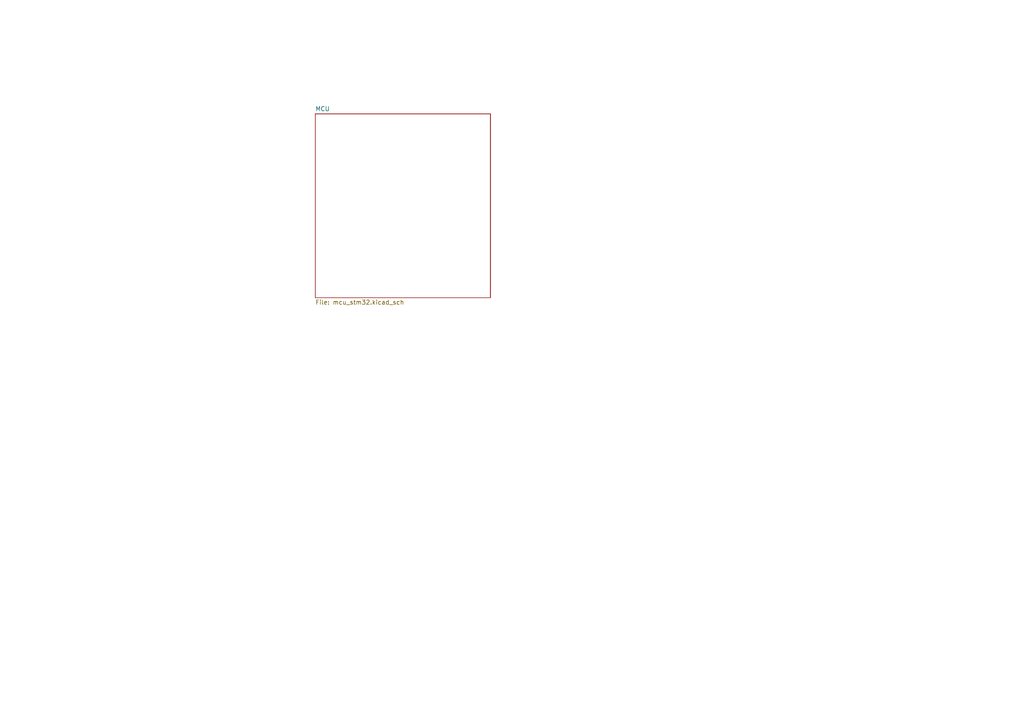
<source format=kicad_sch>
(kicad_sch (version 20211123) (generator eeschema)

  (uuid d1fb9737-5f7a-4af8-ac65-2a79f6890dc7)

  (paper "A4")

  (lib_symbols
  )


  (sheet (at 91.44 33.02) (size 50.8 53.34) (fields_autoplaced)
    (stroke (width 0.1524) (type solid) (color 0 0 0 0))
    (fill (color 0 0 0 0.0000))
    (uuid b2e7fea0-7ba9-48b0-990f-5c369d704fdf)
    (property "Sheet name" "MCU" (id 0) (at 91.44 32.3084 0)
      (effects (font (size 1.27 1.27)) (justify left bottom))
    )
    (property "Sheet file" "mcu_stm32.kicad_sch" (id 1) (at 91.44 86.9446 0)
      (effects (font (size 1.27 1.27)) (justify left top))
    )
  )

  (sheet_instances
    (path "/" (page "1"))
    (path "/b2e7fea0-7ba9-48b0-990f-5c369d704fdf" (page "3"))
  )

  (symbol_instances
    (path "/b2e7fea0-7ba9-48b0-990f-5c369d704fdf/713ed4d8-3624-4a1b-91a0-8928a19a1f38"
      (reference "#PWR0134") (unit 1) (value "GND") (footprint "")
    )
    (path "/b2e7fea0-7ba9-48b0-990f-5c369d704fdf/f97d912f-aa6c-4acb-b164-667d26e4ec3f"
      (reference "#PWR0154") (unit 1) (value "GND") (footprint "")
    )
    (path "/b2e7fea0-7ba9-48b0-990f-5c369d704fdf/68a7b382-39c2-4ae1-8d0a-05353501b153"
      (reference "H1") (unit 1) (value "MountingHole_Pad") (footprint "MountingHole:MountingHole_3.2mm_M3_ISO7380_Pad_TopBottom")
    )
    (path "/b2e7fea0-7ba9-48b0-990f-5c369d704fdf/af2963c2-c96c-4fdc-934b-bc8419f98d70"
      (reference "H2") (unit 1) (value "MountingHole_Pad") (footprint "MountingHole:MountingHole_3.2mm_M3_ISO7380_Pad_TopBottom")
    )
    (path "/b2e7fea0-7ba9-48b0-990f-5c369d704fdf/3713932c-0025-4b02-9df1-c4e2ab25c927"
      (reference "H3") (unit 1) (value "MountingHole_Pad") (footprint "MountingHole:MountingHole_3.2mm_M3_ISO7380_Pad_TopBottom")
    )
    (path "/b2e7fea0-7ba9-48b0-990f-5c369d704fdf/d9509ff5-3717-4897-8079-f5ee16eb1cc6"
      (reference "H4") (unit 1) (value "MountingHole_Pad") (footprint "MountingHole:MountingHole_3.2mm_M3_ISO7380_Pad_TopBottom")
    )
    (path "/b2e7fea0-7ba9-48b0-990f-5c369d704fdf/71e9a856-f24b-40f9-ad40-3d2bf59b11f7"
      (reference "J4") (unit 1) (value "Conn_01x04") (footprint "Components:JST_PH_S4B-PH-K_1x04_P2.00mm_Horizontal")
    )
  )
)

</source>
